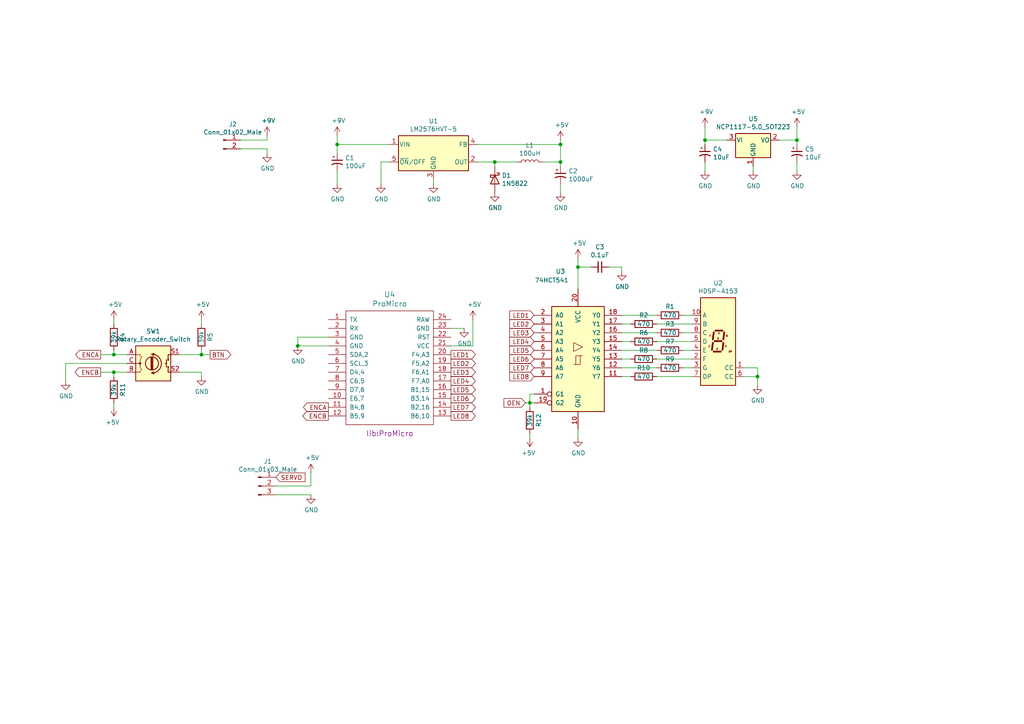
<source format=kicad_sch>
(kicad_sch (version 20211123) (generator eeschema)
  (paper "A4")
  (lib_symbols
    (symbol "74xx:74HCT541" (pin_names (offset 1.016))
      (property "Reference" "U" (at -7.62 16.51 0))
      (property "Value" "74HCT541" (at -7.62 -16.51 0))
      (symbol "74HCT541_1_0"
        (polyline (pts (xy -0.635 -1.6002) (xy -0.635 0.9398) (xy 0.635 0.9398)))
        (polyline (pts (xy -1.27 -1.6002) (xy 0.635 -1.6002) (xy 0.635 0.9398) (xy 1.27 0.9398)))
        (polyline (pts (xy 1.27 3.4798) (xy -1.27 4.7498) (xy -1.27 2.2098) (xy 1.27 3.4798)) (stroke (width 0.1524)))
        (pin input inverted (at -12.7 -10.16 0) (length 5.08) (name "G1") (number "1"))
        (pin power_in line (at 0 -20.32 90) (length 5.08) (name "GND") (number "10"))
        (pin tri_state line (at 12.7 -5.08 180) (length 5.08) (name "Y7") (number "11"))
        (pin tri_state line (at 12.7 -2.54 180) (length 5.08) (name "Y6") (number "12"))
        (pin tri_state line (at 12.7 0 180) (length 5.08) (name "Y5") (number "13"))
        (pin tri_state line (at 12.7 2.54 180) (length 5.08) (name "Y4") (number "14"))
        (pin tri_state line (at 12.7 5.08 180) (length 5.08) (name "Y3") (number "15"))
        (pin tri_state line (at 12.7 7.62 180) (length 5.08) (name "Y2") (number "16"))
        (pin tri_state line (at 12.7 10.16 180) (length 5.08) (name "Y1") (number "17"))
        (pin tri_state line (at 12.7 12.7 180) (length 5.08) (name "Y0") (number "18"))
        (pin input inverted (at -12.7 -12.7 0) (length 5.08) (name "G2") (number "19"))
        (pin input line (at -12.7 12.7 0) (length 5.08) (name "A0") (number "2"))
        (pin power_in line (at 0 20.32 270) (length 5.08) (name "VCC") (number "20"))
        (pin input line (at -12.7 10.16 0) (length 5.08) (name "A1") (number "3"))
        (pin input line (at -12.7 7.62 0) (length 5.08) (name "A2") (number "4"))
        (pin input line (at -12.7 5.08 0) (length 5.08) (name "A3") (number "5"))
        (pin input line (at -12.7 2.54 0) (length 5.08) (name "A4") (number "6"))
        (pin input line (at -12.7 0 0) (length 5.08) (name "A5") (number "7"))
        (pin input line (at -12.7 -2.54 0) (length 5.08) (name "A6") (number "8"))
        (pin input line (at -12.7 -5.08 0) (length 5.08) (name "A7") (number "9"))
      )
      (symbol "74HCT541_1_1"
        (rectangle (start -7.62 15.24) (end 7.62 -15.24) (stroke (width 0.254)) (fill (type background)))
      )
    )
    (symbol "Connector:Conn_01x02_Male" (pin_names (offset 1.016) hide)
      (property "Reference" "J" (at 0 2.54 0))
      (property "Value" "Conn_01x02_Male" (at 0 -5.08 0))
      (symbol "Conn_01x02_Male_1_1"
        (polyline (pts (xy 1.27 -2.54) (xy 0.8636 -2.54)) (stroke (width 0.1524)))
        (polyline (pts (xy 1.27 0) (xy 0.8636 0)) (stroke (width 0.1524)))
        (rectangle (start 0.8636 -2.413) (end 0 -2.667) (stroke (width 0.1524)) (fill (type outline)))
        (rectangle (start 0.8636 0.127) (end 0 -0.127) (stroke (width 0.1524)) (fill (type outline)))
        (pin passive line (at 5.08 0 180) (length 3.81) (name "Pin_1") (number "1"))
        (pin passive line (at 5.08 -2.54 180) (length 3.81) (name "Pin_2") (number "2"))
      )
    )
    (symbol "Connector:Conn_01x03_Male" (pin_names (offset 1.016) hide)
      (property "Reference" "J" (at 0 5.08 0))
      (property "Value" "Conn_01x03_Male" (at 0 -5.08 0))
      (symbol "Conn_01x03_Male_1_1"
        (polyline (pts (xy 1.27 -2.54) (xy 0.8636 -2.54)) (stroke (width 0.1524)))
        (polyline (pts (xy 1.27 0) (xy 0.8636 0)) (stroke (width 0.1524)))
        (polyline (pts (xy 1.27 2.54) (xy 0.8636 2.54)) (stroke (width 0.1524)))
        (rectangle (start 0.8636 -2.413) (end 0 -2.667) (stroke (width 0.1524)) (fill (type outline)))
        (rectangle (start 0.8636 0.127) (end 0 -0.127) (stroke (width 0.1524)) (fill (type outline)))
        (rectangle (start 0.8636 2.667) (end 0 2.413) (stroke (width 0.1524)) (fill (type outline)))
        (pin passive line (at 5.08 2.54 180) (length 3.81) (name "Pin_1") (number "1"))
        (pin passive line (at 5.08 0 180) (length 3.81) (name "Pin_2") (number "2"))
        (pin passive line (at 5.08 -2.54 180) (length 3.81) (name "Pin_3") (number "3"))
      )
    )
    (symbol "Device:C_Polarized_Small_US" (pin_numbers hide) (pin_names (offset 0.254) hide)
      (property "Reference" "C" (at 0.254 1.778 0))
      (property "Value" "C_Polarized_Small_US" (at 0.254 -2.032 0))
      (symbol "C_Polarized_Small_US_0_1"
        (polyline (pts (xy -1.524 0.508) (xy 1.524 0.508)) (stroke (width 0.3048)))
        (polyline (pts (xy -1.27 1.524) (xy -0.762 1.524)))
        (polyline (pts (xy -1.016 1.27) (xy -1.016 1.778)))
        (arc (start 1.524 -0.762) (mid 0 -0.3734) (end -1.524 -0.762) (stroke (width 0.3048)))
      )
      (symbol "C_Polarized_Small_US_1_1"
        (pin passive line (at 0 2.54 270) (length 2.032) (name "~") (number "1"))
        (pin passive line (at 0 -2.54 90) (length 2.032) (name "~") (number "2"))
      )
    )
    (symbol "Device:C_Small" (pin_numbers hide) (pin_names (offset 0.254) hide)
      (property "Reference" "C" (at 0.254 1.778 0))
      (property "Value" "C_Small" (at 0.254 -2.032 0))
      (symbol "C_Small_0_1"
        (polyline (pts (xy -1.524 -0.508) (xy 1.524 -0.508)) (stroke (width 0.3302)))
        (polyline (pts (xy -1.524 0.508) (xy 1.524 0.508)) (stroke (width 0.3048)))
      )
      (symbol "C_Small_1_1"
        (pin passive line (at 0 2.54 270) (length 2.032) (name "~") (number "1"))
        (pin passive line (at 0 -2.54 90) (length 2.032) (name "~") (number "2"))
      )
    )
    (symbol "Device:L" (pin_numbers hide) (pin_names (offset 1.016) hide)
      (property "Reference" "L" (at -1.27 0 90))
      (property "Value" "L" (at 1.905 0 90))
      (symbol "L_0_1"
        (arc (start 0 -2.54) (mid 0.635 -1.905) (end 0 -1.27))
        (arc (start 0 -1.27) (mid 0.635 -0.635) (end 0 0))
        (arc (start 0 0) (mid 0.635 0.635) (end 0 1.27))
        (arc (start 0 1.27) (mid 0.635 1.905) (end 0 2.54))
      )
      (symbol "L_1_1"
        (pin passive line (at 0 3.81 270) (length 1.27) (name "1") (number "1"))
        (pin passive line (at 0 -3.81 90) (length 1.27) (name "2") (number "2"))
      )
    )
    (symbol "Device:R" (pin_numbers hide) (pin_names (offset 0))
      (property "Reference" "R" (at 2.032 0 90))
      (property "Value" "R" (at 0 0 90))
      (symbol "R_0_1"
        (rectangle (start -1.016 -2.54) (end 1.016 2.54) (stroke (width 0.254)))
      )
      (symbol "R_1_1"
        (pin passive line (at 0 3.81 270) (length 1.27) (name "~") (number "1"))
        (pin passive line (at 0 -3.81 90) (length 1.27) (name "~") (number "2"))
      )
    )
    (symbol "Device:RotaryEncoder_Switch" (pin_names (offset 0.254) hide)
      (property "Reference" "SW" (at 0 6.604 0))
      (property "Value" "RotaryEncoder_Switch" (at 0 -6.604 0))
      (symbol "RotaryEncoder_Switch_0_1"
        (rectangle (start -5.08 5.08) (end 5.08 -5.08) (stroke (width 0.254)) (fill (type background)))
        (circle (center -3.81 0) (radius 0.254) (fill (type outline)))
        (arc (start -0.381 -2.794) (mid 2.3622 -0.0508) (end -0.381 2.667) (stroke (width 0.254)))
        (circle (center -0.381 0) (radius 1.905) (stroke (width 0.254)))
        (polyline (pts (xy -0.635 -1.778) (xy -0.635 1.778)) (stroke (width 0.254)))
        (polyline (pts (xy -0.381 -1.778) (xy -0.381 1.778)) (stroke (width 0.254)))
        (polyline (pts (xy -0.127 1.778) (xy -0.127 -1.778)) (stroke (width 0.254)))
        (polyline (pts (xy 3.81 0) (xy 3.429 0)) (stroke (width 0.254)))
        (polyline (pts (xy 3.81 1.016) (xy 3.81 -1.016)) (stroke (width 0.254)))
        (polyline (pts (xy -5.08 -2.54) (xy -3.81 -2.54) (xy -3.81 -2.032)))
        (polyline (pts (xy -5.08 2.54) (xy -3.81 2.54) (xy -3.81 2.032)))
        (polyline (pts (xy 0.254 -3.048) (xy -0.508 -2.794) (xy 0.127 -2.413)) (stroke (width 0.254)))
        (polyline (pts (xy 0.254 2.921) (xy -0.508 2.667) (xy 0.127 2.286)) (stroke (width 0.254)))
        (polyline (pts (xy 5.08 -2.54) (xy 4.318 -2.54) (xy 4.318 -1.016)) (stroke (width 0.254)))
        (polyline (pts (xy 5.08 2.54) (xy 4.318 2.54) (xy 4.318 1.016)) (stroke (width 0.254)))
        (polyline (pts (xy -5.08 0) (xy -3.81 0) (xy -3.81 -1.016) (xy -3.302 -2.032)))
        (polyline (pts (xy -4.318 0) (xy -3.81 0) (xy -3.81 1.016) (xy -3.302 2.032)))
        (circle (center 4.318 -1.016) (radius 0.127) (stroke (width 0.254)))
        (circle (center 4.318 1.016) (radius 0.127) (stroke (width 0.254)))
      )
      (symbol "RotaryEncoder_Switch_1_1"
        (pin passive line (at -7.62 2.54 0) (length 2.54) (name "A") (number "A"))
        (pin passive line (at -7.62 -2.54 0) (length 2.54) (name "B") (number "B"))
        (pin passive line (at -7.62 0 0) (length 2.54) (name "C") (number "C"))
        (pin passive line (at 7.62 2.54 180) (length 2.54) (name "S1") (number "S1"))
        (pin passive line (at 7.62 -2.54 180) (length 2.54) (name "S2") (number "S2"))
      )
    )
    (symbol "Diode:1N5822" (pin_numbers hide) (pin_names (offset 1.016) hide)
      (property "Reference" "D" (at 0 2.54 0))
      (property "Value" "1N5822" (at 0 -2.54 0))
      (symbol "1N5822_0_1"
        (polyline (pts (xy 1.27 0) (xy -1.27 0)))
        (polyline (pts (xy 1.27 1.27) (xy 1.27 -1.27) (xy -1.27 0) (xy 1.27 1.27)) (stroke (width 0.254)))
        (polyline (pts (xy -1.905 0.635) (xy -1.905 1.27) (xy -1.27 1.27) (xy -1.27 -1.27) (xy -0.635 -1.27) (xy -0.635 -0.635)) (stroke (width 0.254)))
      )
      (symbol "1N5822_1_1"
        (pin passive line (at -3.81 0 0) (length 2.54) (name "K") (number "1"))
        (pin passive line (at 3.81 0 180) (length 2.54) (name "A") (number "2"))
      )
    )
    (symbol "Display_Character:HDSP-A153"
      (property "Reference" "U" (at -3.81 13.97 0))
      (property "Value" "HDSP-A153" (at 6.35 13.97 0))
      (symbol "HDSP-A153_1_0"
        (text "A" (at 0.254 2.413 0) (effects (font (size 0.508 0.508))))
        (text "B" (at 2.54 1.651 0) (effects (font (size 0.508 0.508))))
        (text "C" (at 2.286 -1.397 0) (effects (font (size 0.508 0.508))))
        (text "D" (at -0.254 -2.159 0) (effects (font (size 0.508 0.508))))
        (text "DP" (at 3.556 -2.921 0) (effects (font (size 0.508 0.508))))
        (text "E" (at -2.54 -1.397 0) (effects (font (size 0.508 0.508))))
        (text "F" (at -2.286 1.651 0) (effects (font (size 0.508 0.508))))
        (text "G" (at 0 0.889 0) (effects (font (size 0.508 0.508))))
      )
      (symbol "HDSP-A153_1_1"
        (rectangle (start -5.08 12.7) (end 5.08 -12.7) (stroke (width 0.254)) (fill (type background)))
        (polyline (pts (xy -1.524 -0.381) (xy -1.778 -2.413)) (stroke (width 0.508)))
        (polyline (pts (xy -1.27 -2.921) (xy 0.762 -2.921)) (stroke (width 0.508)))
        (polyline (pts (xy -1.27 2.667) (xy -1.524 0.635)) (stroke (width 0.508)))
        (polyline (pts (xy -1.016 0.127) (xy 1.016 0.127)) (stroke (width 0.508)))
        (polyline (pts (xy -0.762 3.175) (xy 1.27 3.175)) (stroke (width 0.508)))
        (polyline (pts (xy 1.524 -0.381) (xy 1.27 -2.413)) (stroke (width 0.508)))
        (polyline (pts (xy 1.778 2.667) (xy 1.524 0.635)) (stroke (width 0.508)))
        (polyline (pts (xy 2.54 -2.921) (xy 2.54 -2.921)) (stroke (width 0.508)))
        (pin input line (at 7.62 -7.62 180) (length 2.54) (name "CC") (number "1"))
        (pin input line (at -7.62 7.62 0) (length 2.54) (name "A") (number "10"))
        (pin input line (at -7.62 -5.08 0) (length 2.54) (name "F") (number "2"))
        (pin input line (at -7.62 -7.62 0) (length 2.54) (name "G") (number "3"))
        (pin input line (at -7.62 -2.54 0) (length 2.54) (name "E") (number "4"))
        (pin input line (at -7.62 0 0) (length 2.54) (name "D") (number "5"))
        (pin input line (at 7.62 -10.16 180) (length 2.54) (name "CC") (number "6"))
        (pin input line (at -7.62 -10.16 0) (length 2.54) (name "DP") (number "7"))
        (pin input line (at -7.62 2.54 0) (length 2.54) (name "C") (number "8"))
        (pin input line (at -7.62 5.08 0) (length 2.54) (name "B") (number "9"))
      )
    )
    (symbol "Regulator_Linear:NCP1117-5.0_SOT223" (pin_names (offset 0.254))
      (property "Reference" "U" (at -3.81 3.175 0))
      (property "Value" "NCP1117-5.0_SOT223" (at 0 3.175 0))
      (symbol "NCP1117-5.0_SOT223_0_1"
        (rectangle (start -5.08 -5.08) (end 5.08 1.905) (stroke (width 0.254)) (fill (type background)))
      )
      (symbol "NCP1117-5.0_SOT223_1_1"
        (pin power_in line (at 0 -7.62 90) (length 2.54) (name "GND") (number "1"))
        (pin power_out line (at 7.62 0 180) (length 2.54) (name "VO") (number "2"))
        (pin power_in line (at -7.62 0 0) (length 2.54) (name "VI") (number "3"))
      )
    )
    (symbol "Regulator_Switching:LM2576HVT-5" (pin_names (offset 0.254))
      (property "Reference" "U" (at -10.16 6.35 0))
      (property "Value" "LM2576HVT-5" (at 0 6.35 0))
      (symbol "LM2576HVT-5_0_1"
        (rectangle (start -10.16 5.08) (end 10.16 -5.08) (stroke (width 0.254)) (fill (type background)))
      )
      (symbol "LM2576HVT-5_1_1"
        (pin power_in line (at -12.7 2.54 0) (length 2.54) (name "VIN") (number "1"))
        (pin output line (at 12.7 -2.54 180) (length 2.54) (name "OUT") (number "2"))
        (pin power_in line (at 0 -7.62 90) (length 2.54) (name "GND") (number "3"))
        (pin input line (at 12.7 2.54 180) (length 2.54) (name "FB") (number "4"))
        (pin input line (at -12.7 -2.54 0) (length 2.54) (name "~{ON}/OFF") (number "5"))
      )
    )
    (symbol "power:+5V" (power) (pin_names (offset 0))
      (property "Value" "+5V" (at 0 3.556 0))
      (symbol "+5V_0_1"
        (polyline (pts (xy -0.762 1.27) (xy 0 2.54)))
        (polyline (pts (xy 0 0) (xy 0 2.54)))
        (polyline (pts (xy 0 2.54) (xy 0.762 1.27)))
      )
      (symbol "+5V_1_1"
        (pin power_in line (at 0 0 90) (length 0) hide (name "+5V") (number "1"))
      )
    )
    (symbol "power:+9V" (power) (pin_names (offset 0))
      (property "Value" "+9V" (at 0 3.556 0))
      (symbol "+9V_0_1"
        (polyline (pts (xy -0.762 1.27) (xy 0 2.54)))
        (polyline (pts (xy 0 0) (xy 0 2.54)))
        (polyline (pts (xy 0 2.54) (xy 0.762 1.27)))
      )
      (symbol "+9V_1_1"
        (pin power_in line (at 0 0 90) (length 0) hide (name "+9V") (number "1"))
      )
    )
    (symbol "power:GND" (power) (pin_names (offset 0))
      (property "Value" "GND" (at 0 -3.81 0))
      (symbol "GND_0_1"
        (polyline (pts (xy 0 0) (xy 0 -1.27) (xy 1.27 -1.27) (xy 0 -2.54) (xy -1.27 -1.27) (xy 0 -1.27)))
      )
      (symbol "GND_1_1"
        (pin power_in line (at 0 0 270) (length 0) hide (name "GND") (number "1"))
      )
    )
    (symbol "promicro:ProMicro" (pin_names (offset 1.016))
      (property "Reference" "U" (at 0 24.13 0))
      (property "Value" "ProMicro" (at 0 -13.97 0))
      (symbol "ProMicro_0_1"
        (rectangle (start -12.7 21.59) (end 12.7 -11.43))
      )
      (symbol "ProMicro_1_1"
        (pin bidirectional line (at -17.78 19.05 0) (length 5.08) (name "TX") (number "1"))
        (pin bidirectional line (at -17.78 -3.81 0) (length 5.08) (name "E6,7") (number "10"))
        (pin bidirectional line (at -17.78 -6.35 0) (length 5.08) (name "B4,8") (number "11"))
        (pin bidirectional line (at -17.78 -8.89 0) (length 5.08) (name "B5,9") (number "12"))
        (pin bidirectional line (at 17.78 -8.89 180) (length 5.08) (name "B6,10") (number "13"))
        (pin bidirectional line (at 17.78 -6.35 180) (length 5.08) (name "B2,16") (number "14"))
        (pin bidirectional line (at 17.78 -3.81 180) (length 5.08) (name "B3,14") (number "15"))
        (pin bidirectional line (at 17.78 -1.27 180) (length 5.08) (name "B1,15") (number "16"))
        (pin bidirectional line (at 17.78 1.27 180) (length 5.08) (name "F7,A0") (number "17"))
        (pin bidirectional line (at 17.78 3.81 180) (length 5.08) (name "F6,A1") (number "18"))
        (pin bidirectional line (at 17.78 6.35 180) (length 5.08) (name "F5,A2") (number "19"))
        (pin bidirectional line (at -17.78 16.51 0) (length 5.08) (name "RX") (number "2"))
        (pin bidirectional line (at 17.78 8.89 180) (length 5.08) (name "F4,A3") (number "20"))
        (pin power_in line (at 17.78 11.43 180) (length 5.08) (name "VCC") (number "21"))
        (pin input line (at 17.78 13.97 180) (length 5.08) (name "RST") (number "22"))
        (pin power_in line (at 17.78 16.51 180) (length 5.08) (name "GND") (number "23"))
        (pin power_out line (at 17.78 19.05 180) (length 5.08) (name "RAW") (number "24"))
        (pin power_in line (at -17.78 13.97 0) (length 5.08) (name "GND") (number "3"))
        (pin power_in line (at -17.78 11.43 0) (length 5.08) (name "GND") (number "4"))
        (pin bidirectional line (at -17.78 8.89 0) (length 5.08) (name "SDA,2") (number "5"))
        (pin bidirectional line (at -17.78 6.35 0) (length 5.08) (name "SCL,3") (number "6"))
        (pin bidirectional line (at -17.78 3.81 0) (length 5.08) (name "D4,4") (number "7"))
        (pin bidirectional line (at -17.78 1.27 0) (length 5.08) (name "C6,5") (number "8"))
        (pin bidirectional line (at -17.78 -1.27 0) (length 5.08) (name "D7,6") (number "9"))
      )
    )
  )
  (junction (at 219.71 109.22))
  (junction (at 153.67 116.84))
  (junction (at 143.51 46.99))
  (junction (at 204.47 40.64))
  (junction (at 33.02 107.95))
  (junction (at 86.36 100.33))
  (junction (at 167.64 77.47))
  (junction (at 33.02 102.87))
  (junction (at 97.79 41.91))
  (junction (at 231.14 40.64))
  (junction (at 162.56 46.99))
  (junction (at 162.56 41.91))
  (junction (at 58.42 102.87))
  (wire (pts (xy 153.67 127) (xy 153.67 125.73)))
  (wire (pts (xy 130.81 100.33) (xy 137.16 100.33)))
  (wire (pts (xy 219.71 106.68) (xy 219.71 109.22)))
  (wire (pts (xy 19.05 110.49) (xy 19.05 105.41)))
  (wire (pts (xy 97.79 44.45) (xy 97.79 41.91)))
  (wire (pts (xy 29.21 107.95) (xy 33.02 107.95)))
  (wire (pts (xy 180.34 91.44) (xy 190.5 91.44)))
  (wire (pts (xy 180.34 101.6) (xy 190.5 101.6)))
  (wire (pts (xy 97.79 39.37) (xy 97.79 41.91)))
  (wire (pts (xy 204.47 46.99) (xy 204.47 49.53)))
  (wire (pts (xy 215.9 109.22) (xy 219.71 109.22)))
  (wire (pts (xy 143.51 48.26) (xy 143.51 46.99)))
  (wire (pts (xy 95.25 100.33) (xy 86.36 100.33)))
  (wire (pts (xy 180.34 104.14) (xy 182.88 104.14)))
  (wire (pts (xy 219.71 109.22) (xy 219.71 111.76)))
  (wire (pts (xy 231.14 40.64) (xy 231.14 41.91)))
  (wire (pts (xy 138.43 41.91) (xy 162.56 41.91)))
  (wire (pts (xy 226.06 40.64) (xy 231.14 40.64)))
  (wire (pts (xy 80.01 143.51) (xy 90.17 143.51)))
  (wire (pts (xy 69.85 40.64) (xy 77.47 40.64)))
  (wire (pts (xy 19.05 105.41) (xy 36.83 105.41)))
  (wire (pts (xy 153.67 118.11) (xy 153.67 116.84)))
  (wire (pts (xy 58.42 107.95) (xy 52.07 107.95)))
  (wire (pts (xy 198.12 101.6) (xy 200.66 101.6)))
  (wire (pts (xy 204.47 36.83) (xy 204.47 40.64)))
  (wire (pts (xy 198.12 106.68) (xy 200.66 106.68)))
  (wire (pts (xy 152.4 116.84) (xy 153.67 116.84)))
  (wire (pts (xy 162.56 55.88) (xy 162.56 53.34)))
  (wire (pts (xy 218.44 48.26) (xy 218.44 49.53)))
  (wire (pts (xy 69.85 43.18) (xy 77.47 43.18)))
  (wire (pts (xy 190.5 104.14) (xy 200.66 104.14)))
  (wire (pts (xy 58.42 101.6) (xy 58.42 102.87)))
  (wire (pts (xy 190.5 109.22) (xy 200.66 109.22)))
  (wire (pts (xy 58.42 102.87) (xy 60.96 102.87)))
  (wire (pts (xy 58.42 109.22) (xy 58.42 107.95)))
  (wire (pts (xy 180.34 77.47) (xy 180.34 78.74)))
  (wire (pts (xy 190.5 93.98) (xy 200.66 93.98)))
  (wire (pts (xy 97.79 41.91) (xy 113.03 41.91)))
  (wire (pts (xy 167.64 74.93) (xy 167.64 77.47)))
  (wire (pts (xy 137.16 100.33) (xy 137.16 92.71)))
  (wire (pts (xy 153.67 114.3) (xy 153.67 116.84)))
  (wire (pts (xy 167.64 77.47) (xy 171.45 77.47)))
  (wire (pts (xy 162.56 46.99) (xy 162.56 48.26)))
  (wire (pts (xy 77.47 43.18) (xy 77.47 44.45)))
  (wire (pts (xy 215.9 106.68) (xy 219.71 106.68)))
  (wire (pts (xy 90.17 140.97) (xy 90.17 137.16)))
  (wire (pts (xy 52.07 102.87) (xy 58.42 102.87)))
  (wire (pts (xy 130.81 95.25) (xy 134.62 95.25)))
  (wire (pts (xy 33.02 92.71) (xy 33.02 93.98)))
  (wire (pts (xy 162.56 40.64) (xy 162.56 41.91)))
  (wire (pts (xy 180.34 99.06) (xy 182.88 99.06)))
  (wire (pts (xy 29.21 102.87) (xy 33.02 102.87)))
  (wire (pts (xy 77.47 40.64) (xy 77.47 39.37)))
  (wire (pts (xy 153.67 116.84) (xy 154.94 116.84)))
  (wire (pts (xy 167.64 77.47) (xy 167.64 83.82)))
  (wire (pts (xy 110.49 46.99) (xy 113.03 46.99)))
  (wire (pts (xy 176.53 77.47) (xy 180.34 77.47)))
  (wire (pts (xy 33.02 107.95) (xy 36.83 107.95)))
  (wire (pts (xy 180.34 109.22) (xy 182.88 109.22)))
  (wire (pts (xy 231.14 36.83) (xy 231.14 40.64)))
  (wire (pts (xy 157.48 46.99) (xy 162.56 46.99)))
  (wire (pts (xy 33.02 107.95) (xy 33.02 109.22)))
  (wire (pts (xy 125.73 53.34) (xy 125.73 52.07)))
  (wire (pts (xy 154.94 114.3) (xy 153.67 114.3)))
  (wire (pts (xy 138.43 46.99) (xy 143.51 46.99)))
  (wire (pts (xy 167.64 124.46) (xy 167.64 127)))
  (wire (pts (xy 180.34 106.68) (xy 190.5 106.68)))
  (wire (pts (xy 95.25 97.79) (xy 86.36 97.79)))
  (wire (pts (xy 80.01 140.97) (xy 90.17 140.97)))
  (wire (pts (xy 198.12 96.52) (xy 200.66 96.52)))
  (wire (pts (xy 210.82 40.64) (xy 204.47 40.64)))
  (wire (pts (xy 143.51 46.99) (xy 149.86 46.99)))
  (wire (pts (xy 110.49 53.34) (xy 110.49 46.99)))
  (wire (pts (xy 198.12 91.44) (xy 200.66 91.44)))
  (wire (pts (xy 58.42 92.71) (xy 58.42 93.98)))
  (wire (pts (xy 33.02 102.87) (xy 36.83 102.87)))
  (wire (pts (xy 162.56 41.91) (xy 162.56 46.99)))
  (wire (pts (xy 180.34 93.98) (xy 182.88 93.98)))
  (wire (pts (xy 180.34 96.52) (xy 190.5 96.52)))
  (wire (pts (xy 97.79 49.53) (xy 97.79 53.34)))
  (wire (pts (xy 33.02 116.84) (xy 33.02 118.11)))
  (wire (pts (xy 204.47 40.64) (xy 204.47 41.91)))
  (wire (pts (xy 190.5 99.06) (xy 200.66 99.06)))
  (wire (pts (xy 231.14 46.99) (xy 231.14 49.53)))
  (wire (pts (xy 86.36 97.79) (xy 86.36 100.33)))
  (wire (pts (xy 33.02 101.6) (xy 33.02 102.87)))
  (global_label "LED8" (shape input) (at 154.94 109.22 180) (property "Intersheet References" "${INTERSHEET_REFS}" (effects hide)))
  (global_label "ENCA" (shape output) (at 95.25 118.11 180) (property "Intersheet References" "${INTERSHEET_REFS}" (effects hide)))
  (global_label "ENCA" (shape output) (at 29.21 102.87 180) (property "Intersheet References" "${INTERSHEET_REFS}" (effects hide)))
  (global_label "LED2" (shape output) (at 130.81 105.41 0) (property "Intersheet References" "${INTERSHEET_REFS}" (effects hide)))
  (global_label "LED6" (shape input) (at 154.94 104.14 180) (property "Intersheet References" "${INTERSHEET_REFS}" (effects hide)))
  (global_label "LED5" (shape output) (at 130.81 113.03 0) (property "Intersheet References" "${INTERSHEET_REFS}" (effects hide)))
  (global_label "LED4" (shape output) (at 130.81 110.49 0) (property "Intersheet References" "${INTERSHEET_REFS}" (effects hide)))
  (global_label "LED8" (shape output) (at 130.81 120.65 0) (property "Intersheet References" "${INTERSHEET_REFS}" (effects hide)))
  (global_label "LED2" (shape input) (at 154.94 93.98 180) (property "Intersheet References" "${INTERSHEET_REFS}" (effects hide)))
  (global_label "LED3" (shape input) (at 154.94 96.52 180) (property "Intersheet References" "${INTERSHEET_REFS}" (effects hide)))
  (global_label "ENCB" (shape output) (at 29.21 107.95 180) (property "Intersheet References" "${INTERSHEET_REFS}" (effects hide)))
  (global_label "LED4" (shape input) (at 154.94 99.06 180) (property "Intersheet References" "${INTERSHEET_REFS}" (effects hide)))
  (global_label "LED7" (shape output) (at 130.81 118.11 0) (property "Intersheet References" "${INTERSHEET_REFS}" (effects hide)))
  (global_label "LED5" (shape input) (at 154.94 101.6 180) (property "Intersheet References" "${INTERSHEET_REFS}" (effects hide)))
  (global_label "LED3" (shape output) (at 130.81 107.95 0) (property "Intersheet References" "${INTERSHEET_REFS}" (effects hide)))
  (global_label "LED6" (shape output) (at 130.81 115.57 0) (property "Intersheet References" "${INTERSHEET_REFS}" (effects hide)))
  (global_label "OEN" (shape input) (at 152.4 116.84 180) (property "Intersheet References" "${INTERSHEET_REFS}" (effects hide)))
  (global_label "LED1" (shape input) (at 154.94 91.44 180) (property "Intersheet References" "${INTERSHEET_REFS}" (effects hide)))
  (global_label "ENCB" (shape output) (at 95.25 120.65 180) (property "Intersheet References" "${INTERSHEET_REFS}" (effects hide)))
  (global_label "BTN" (shape output) (at 60.96 102.87 0) (property "Intersheet References" "${INTERSHEET_REFS}" (effects hide)))
  (global_label "LED1" (shape output) (at 130.81 102.87 0) (property "Intersheet References" "${INTERSHEET_REFS}" (effects hide)))
  (global_label "SERVO" (shape input) (at 80.01 138.43 0) (property "Intersheet References" "${INTERSHEET_REFS}" (effects hide)))
  (global_label "LED7" (shape input) (at 154.94 106.68 180) (property "Intersheet References" "${INTERSHEET_REFS}" (effects hide)))
  (symbol (lib_id "promicro:ProMicro") (at 113.03 111.76 0) (unit 1)
    (property "Reference" "U4" (at 113.03 85.4202 0) (effects (font (size 1.524 1.524))))
    (property "Value" "ProMicro" (at 113.03 88.1126 0) (effects (font (size 1.524 1.524))))
    (property "Footprint" "lib:ProMicro" (at 113.03 125.73 0) (effects (font (size 1.524 1.524))))
  )
  (symbol (lib_id "power:+5V") (at 137.16 92.71 0) (unit 1)
    (property "Reference" "#PWR0107" (effects hide))
    (property "Value" "+5V" (at 137.541 88.3158 0))
  )
  (symbol (lib_id "power:GND") (at 134.62 95.25 0) (unit 1)
    (property "Reference" "#PWR0108" (effects hide))
    (property "Value" "GND" (at 134.747 99.6442 0))
  )
  (symbol (lib_id "power:GND") (at 86.36 100.33 0) (unit 1)
    (property "Reference" "#PWR0109" (effects hide))
    (property "Value" "GND" (at 86.487 104.7242 0))
  )
  (symbol (lib_id "Connector:Conn_01x03_Male") (at 74.93 140.97 0) (unit 1)
    (property "Reference" "J1" (at 77.6732 133.8326 0))
    (property "Value" "Conn_01x03_Male" (at 77.6732 136.144 0))
    (property "Footprint" "Connector_PinHeader_2.54mm:PinHeader_1x03_P2.54mm_Vertical" (effects hide))
  )
  (symbol (lib_id "power:GND") (at 90.17 143.51 0) (unit 1)
    (property "Reference" "#PWR0110" (effects hide))
    (property "Value" "GND" (at 90.297 147.9042 0))
  )
  (symbol (lib_id "power:+5V") (at 90.17 137.16 0) (unit 1)
    (property "Reference" "#PWR0111" (effects hide))
    (property "Value" "+5V" (at 90.551 132.7658 0))
  )
  (symbol (lib_id "74xx:74HCT541") (at 167.64 104.14 0) (unit 1)
    (property "Reference" "U3" (at 162.56 78.74 0))
    (property "Value" "74HCT541" (at 160.02 81.28 0))
    (property "Footprint" "Package_SO:TSSOP-20_4.4x6.5mm_P0.65mm" (effects hide))
    (property "Datasheet" "http://www.ti.com/lit/gpn/sn74HCT541" (effects hide))
  )
  (symbol (lib_id "Device:RotaryEncoder_Switch") (at 44.45 105.41 0) (unit 1)
    (property "Reference" "SW1" (at 44.45 96.0882 0))
    (property "Value" "Rotary_Encoder_Switch" (at 44.45 98.3996 0))
    (property "Footprint" "Rotary_Encoder:RotaryEncoder_Alps_EC11E-Switch_Vertical_H20mm" (effects hide))
  )
  (symbol (lib_id "Display_Character:HDSP-A153") (at 208.28 99.06 0) (unit 1)
    (property "Reference" "U2" (at 208.28 82.1182 0))
    (property "Value" "HDSP-A153" (at 208.28 84.4296 0))
    (property "Footprint" "Display_7Segment:HDSP-A151" (effects hide))
    (property "Datasheet" "https://docs.broadcom.com/docs/AV02-2553EN" (effects hide))
  )
  (symbol (lib_id "Device:R") (at 194.31 91.44 90) (mirror x) (unit 1)
    (property "Reference" "R1" (at 194.31 88.9 90))
    (property "Value" "470" (at 194.31 91.44 90))
    (property "Footprint" "Resistor_SMD:R_0805_2012Metric" (effects hide))
  )
  (symbol (lib_id "Device:R") (at 194.31 96.52 90) (mirror x) (unit 1)
    (property "Reference" "R3" (at 194.31 93.98 90))
    (property "Value" "470" (at 194.31 96.52 90))
    (property "Footprint" "Resistor_SMD:R_0805_2012Metric" (effects hide))
  )
  (symbol (lib_id "Device:R") (at 194.31 101.6 90) (mirror x) (unit 1)
    (property "Reference" "R7" (at 194.31 99.06 90))
    (property "Value" "470" (at 194.31 101.6 90))
    (property "Footprint" "Resistor_SMD:R_0805_2012Metric" (effects hide))
  )
  (symbol (lib_id "Device:R") (at 194.31 106.68 90) (mirror x) (unit 1)
    (property "Reference" "R9" (at 194.31 104.14 90))
    (property "Value" "470" (at 194.31 106.68 90))
    (property "Footprint" "Resistor_SMD:R_0805_2012Metric" (effects hide))
  )
  (symbol (lib_id "Device:R") (at 186.69 109.22 90) (mirror x) (unit 1)
    (property "Reference" "R10" (at 186.69 106.68 90))
    (property "Value" "470" (at 186.69 109.22 90))
    (property "Footprint" "Resistor_SMD:R_0805_2012Metric" (effects hide))
  )
  (symbol (lib_id "Device:R") (at 186.69 104.14 90) (mirror x) (unit 1)
    (property "Reference" "R8" (at 186.69 101.6 90))
    (property "Value" "470" (at 186.69 104.14 90))
    (property "Footprint" "Resistor_SMD:R_0805_2012Metric" (effects hide))
  )
  (symbol (lib_id "Device:R") (at 186.69 99.06 90) (mirror x) (unit 1)
    (property "Reference" "R6" (at 186.69 96.52 90))
    (property "Value" "470" (at 186.69 99.06 90))
    (property "Footprint" "Resistor_SMD:R_0805_2012Metric" (effects hide))
  )
  (symbol (lib_id "Device:R") (at 186.69 93.98 90) (mirror x) (unit 1)
    (property "Reference" "R2" (at 186.69 91.44 90))
    (property "Value" "470" (at 186.69 93.98 90))
    (property "Footprint" "Resistor_SMD:R_0805_2012Metric" (effects hide))
  )
  (symbol (lib_id "Regulator_Switching:LM2576HVT-5") (at 125.73 44.45 0) (unit 1)
    (property "Reference" "U1" (at 125.73 35.1282 0))
    (property "Value" "LM2576HVT-5" (at 125.73 37.4396 0))
    (property "Footprint" "Package_TO_SOT_THT:TO-220-5_Vertical" (effects hide))
    (property "Datasheet" "http://www.ti.com/lit/ds/symlink/lm2576.pdf" (effects hide))
  )
  (symbol (lib_id "Device:C_Polarized_Small_US") (at 97.79 46.99 0) (unit 1)
    (property "Reference" "C1" (at 100.1014 45.8216 0) (effects (justify left)))
    (property "Value" "100uF" (at 100.1014 48.133 0) (effects (justify left)))
  )
  (symbol (lib_id "Device:C_Polarized_Small_US") (at 162.56 50.8 0) (unit 1)
    (property "Reference" "C2" (at 164.8714 49.6316 0) (effects (justify left)))
    (property "Value" "1000uF" (at 164.8714 51.943 0) (effects (justify left)))
  )
  (symbol (lib_id "Diode:1N5822") (at 143.51 52.07 270) (unit 1)
    (property "Reference" "D1" (at 145.542 50.9016 90) (effects (justify left)))
    (property "Value" "1N5822" (at 145.542 53.213 90) (effects (justify left)))
    (property "Footprint" "Diode_THT:D_DO-201AD_P15.24mm_Horizontal" (effects hide))
    (property "Datasheet" "http://www.vishay.com/docs/88526/1n5820.pdf" (effects hide))
  )
  (symbol (lib_id "Device:L") (at 153.67 46.99 90) (unit 1)
    (property "Reference" "L1" (at 153.67 42.164 90))
    (property "Value" "100uH" (at 153.67 44.4754 90))
  )
  (symbol (lib_id "Connector:Conn_01x02_Male") (at 64.77 40.64 0) (unit 1)
    (property "Reference" "J2" (at 67.5132 36.0426 0))
    (property "Value" "Conn_01x02_Male" (at 67.5132 38.354 0))
    (property "Footprint" "Connector_JST:JST_XH_B2B-XH-A_1x02_P2.50mm_Vertical" (effects hide))
  )
  (symbol (lib_id "power:+9V") (at 77.47 39.37 0) (unit 1)
    (property "Reference" "#PWR0101" (effects hide))
    (property "Value" "+9V" (at 77.851 34.9758 0))
  )
  (symbol (lib_id "power:GND") (at 77.47 44.45 0) (unit 1)
    (property "Reference" "#PWR0102" (effects hide))
    (property "Value" "GND" (at 77.597 48.8442 0))
  )
  (symbol (lib_id "power:GND") (at 110.49 53.34 0) (unit 1)
    (property "Reference" "#PWR0103" (effects hide))
    (property "Value" "GND" (at 110.617 57.7342 0))
  )
  (symbol (lib_id "power:GND") (at 125.73 53.34 0) (unit 1)
    (property "Reference" "#PWR0104" (effects hide))
    (property "Value" "GND" (at 125.857 57.7342 0))
  )
  (symbol (lib_id "power:GND") (at 143.51 55.88 0) (unit 1)
    (property "Reference" "#PWR0105" (effects hide))
    (property "Value" "GND" (at 143.637 60.2742 0))
  )
  (symbol (lib_id "power:GND") (at 162.56 55.88 0) (unit 1)
    (property "Reference" "#PWR0106" (effects hide))
    (property "Value" "GND" (at 162.687 60.2742 0))
  )
  (symbol (lib_id "power:+9V") (at 97.79 39.37 0) (unit 1)
    (property "Reference" "#PWR0112" (effects hide))
    (property "Value" "+9V" (at 98.171 34.9758 0))
  )
  (symbol (lib_id "power:+5V") (at 162.56 40.64 0) (unit 1)
    (property "Reference" "#PWR0113" (effects hide))
    (property "Value" "+5V" (at 162.941 36.2458 0))
  )
  (symbol (lib_id "power:GND") (at 58.42 109.22 0) (unit 1)
    (property "Reference" "#PWR0114" (effects hide))
    (property "Value" "GND" (at 58.547 113.6142 0))
  )
  (symbol (lib_id "Device:R") (at 58.42 97.79 0) (mirror y) (unit 1)
    (property "Reference" "R5" (at 60.96 97.79 90))
    (property "Value" "39k" (at 58.42 97.79 90))
    (property "Footprint" "Resistor_SMD:R_0805_2012Metric" (effects hide))
  )
  (symbol (lib_id "power:+5V") (at 58.42 92.71 0) (unit 1)
    (property "Reference" "#PWR0115" (effects hide))
    (property "Value" "+5V" (at 58.801 88.3158 0))
  )
  (symbol (lib_id "power:GND") (at 19.05 110.49 0) (unit 1)
    (property "Reference" "#PWR0116" (effects hide))
    (property "Value" "GND" (at 19.177 114.8842 0))
  )
  (symbol (lib_id "Device:R") (at 33.02 97.79 0) (mirror y) (unit 1)
    (property "Reference" "R4" (at 35.56 97.79 90))
    (property "Value" "39k" (at 33.02 97.79 90))
    (property "Footprint" "Resistor_SMD:R_0805_2012Metric" (effects hide))
  )
  (symbol (lib_id "Device:R") (at 33.02 113.03 0) (mirror y) (unit 1)
    (property "Reference" "R11" (at 35.56 113.03 90))
    (property "Value" "39k" (at 33.02 113.03 90))
    (property "Footprint" "Resistor_SMD:R_0805_2012Metric" (effects hide))
  )
  (symbol (lib_id "power:+5V") (at 33.02 92.71 0) (unit 1)
    (property "Reference" "#PWR0117" (effects hide))
    (property "Value" "+5V" (at 33.401 88.3158 0))
  )
  (symbol (lib_id "power:+5V") (at 33.02 118.11 180) (unit 1)
    (property "Reference" "#PWR0118" (effects hide))
    (property "Value" "+5V" (at 32.639 122.5042 0))
  )
  (symbol (lib_id "power:GND") (at 167.64 127 0) (unit 1)
    (property "Reference" "#PWR0119" (effects hide))
    (property "Value" "GND" (at 167.767 131.3942 0))
  )
  (symbol (lib_id "power:+5V") (at 167.64 74.93 0) (unit 1)
    (property "Reference" "#PWR0120" (effects hide))
    (property "Value" "+5V" (at 168.021 70.5358 0))
  )
  (symbol (lib_id "Device:C_Small") (at 173.99 77.47 270) (unit 1)
    (property "Reference" "C3" (at 173.99 71.6534 90))
    (property "Value" "0.1uF" (at 173.99 73.9648 90))
    (property "Footprint" "Capacitor_SMD:C_0805_2012Metric" (effects hide))
  )
  (symbol (lib_id "power:GND") (at 219.71 111.76 0) (unit 1)
    (property "Reference" "#PWR0121" (effects hide))
    (property "Value" "GND" (at 219.837 116.1542 0))
  )
  (symbol (lib_id "Device:R") (at 153.67 121.92 0) (mirror y) (unit 1)
    (property "Reference" "R12" (at 156.21 121.92 90))
    (property "Value" "39k" (at 153.67 121.92 90))
    (property "Footprint" "Resistor_SMD:R_0805_2012Metric" (effects hide))
  )
  (symbol (lib_id "power:+5V") (at 153.67 127 180) (unit 1)
    (property "Reference" "#PWR0122" (effects hide))
    (property "Value" "+5V" (at 153.289 131.3942 0))
  )
  (symbol (lib_id "power:GND") (at 97.79 53.34 0) (unit 1)
    (property "Reference" "#PWR0123" (effects hide))
    (property "Value" "GND" (at 97.917 57.7342 0))
  )
  (symbol (lib_id "power:GND") (at 180.34 78.74 0) (unit 1)
    (property "Reference" "#PWR0124" (effects hide))
    (property "Value" "GND" (at 180.467 83.1342 0))
  )
  (symbol (lib_id "Regulator_Linear:NCP1117-5.0_SOT223") (at 218.44 40.64 0) (unit 1)
    (property "Reference" "U5" (at 218.44 34.4932 0))
    (property "Value" "NCP1117-5.0_SOT223" (at 218.44 36.8046 0))
    (property "Footprint" "Package_TO_SOT_SMD:TO-263-2" (effects hide))
    (property "Datasheet" "http://www.onsemi.com/pub_link/Collateral/NCP1117-D.PDF" (effects hide))
  )
  (symbol (lib_id "Device:C_Polarized_Small_US") (at 231.14 44.45 0) (unit 1)
    (property "Reference" "C5" (at 233.4514 43.2816 0) (effects (justify left)))
    (property "Value" "10uF" (at 233.4514 45.593 0) (effects (justify left)))
    (property "Footprint" "Capacitor_Tantalum_SMD:CP_EIA-3528-12_Kemet-T" (effects hide))
  )
  (symbol (lib_id "Device:C_Polarized_Small_US") (at 204.47 44.45 0) (unit 1)
    (property "Reference" "C4" (at 206.7814 43.2816 0) (effects (justify left)))
    (property "Value" "10uF" (at 206.7814 45.593 0) (effects (justify left)))
    (property "Footprint" "Capacitor_Tantalum_SMD:CP_EIA-3528-12_Kemet-T" (effects hide))
  )
  (symbol (lib_id "power:GND") (at 204.47 49.53 0) (unit 1)
    (property "Reference" "#PWR0125" (effects hide))
    (property "Value" "GND" (at 204.597 53.9242 0))
  )
  (symbol (lib_id "power:GND") (at 218.44 49.53 0) (unit 1)
    (property "Reference" "#PWR0126" (effects hide))
    (property "Value" "GND" (at 218.567 53.9242 0))
  )
  (symbol (lib_id "power:GND") (at 231.14 49.53 0) (unit 1)
    (property "Reference" "#PWR0127" (effects hide))
    (property "Value" "GND" (at 231.267 53.9242 0))
  )
  (symbol (lib_id "power:+5V") (at 231.14 36.83 0) (unit 1)
    (property "Reference" "#PWR0128" (effects hide))
    (property "Value" "+5V" (at 231.521 32.4358 0))
  )
  (symbol (lib_id "power:+9V") (at 204.47 36.83 0) (unit 1)
    (property "Reference" "#PWR0129" (effects hide))
    (property "Value" "+9V" (at 204.851 32.4358 0))
  )
)
</source>
